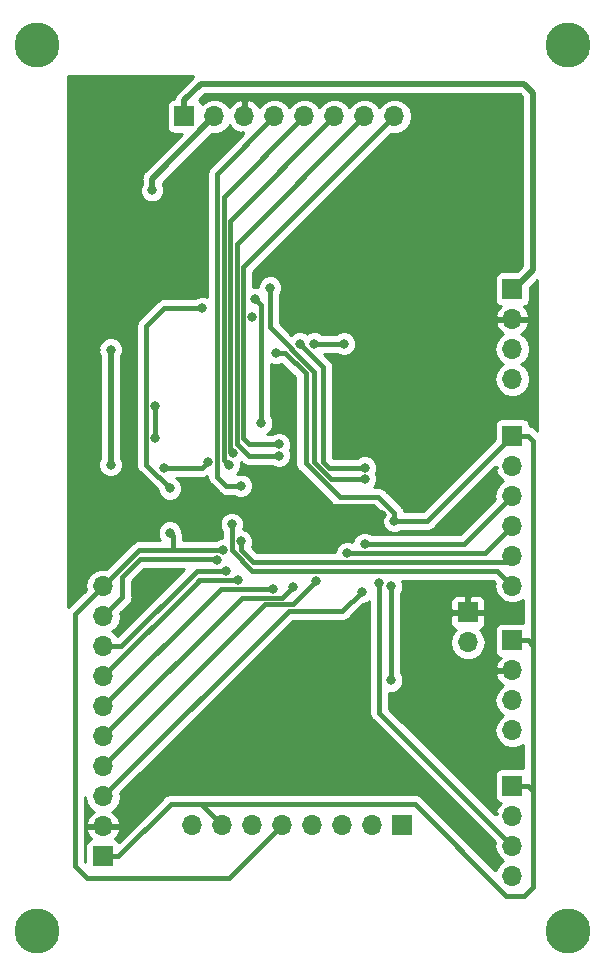
<source format=gbr>
%TF.GenerationSoftware,KiCad,Pcbnew,(5.0.0)*%
%TF.CreationDate,2018-11-18T02:02:32+05:00*%
%TF.ProjectId,Dev Board,44657620426F6172642E6B696361645F,rev?*%
%TF.SameCoordinates,Original*%
%TF.FileFunction,Copper,L2,Bot,Signal*%
%TF.FilePolarity,Positive*%
%FSLAX46Y46*%
G04 Gerber Fmt 4.6, Leading zero omitted, Abs format (unit mm)*
G04 Created by KiCad (PCBNEW (5.0.0)) date 11/18/18 02:02:32*
%MOMM*%
%LPD*%
G01*
G04 APERTURE LIST*
%ADD10R,1.700000X1.700000*%
%ADD11O,1.700000X1.700000*%
%ADD12C,3.800000*%
%ADD13C,0.800000*%
%ADD14C,0.457200*%
%ADD15C,0.508000*%
%ADD16C,0.406400*%
%ADD17C,0.254000*%
G04 APERTURE END LIST*
D10*
X98100000Y-131160000D03*
D11*
X98100000Y-128620000D03*
X98100000Y-126080000D03*
X98100000Y-123540000D03*
X98100000Y-121000000D03*
X98100000Y-118460000D03*
X98100000Y-115920000D03*
X98100000Y-113380000D03*
X98100000Y-110840000D03*
X98100000Y-108300000D03*
D12*
X137500000Y-62500000D03*
X92500000Y-62500000D03*
X92500000Y-137500000D03*
X137500000Y-137500000D03*
D11*
X105630000Y-128500000D03*
X108170000Y-128500000D03*
X110710000Y-128500000D03*
X113250000Y-128500000D03*
X115790000Y-128500000D03*
X118330000Y-128500000D03*
X120870000Y-128500000D03*
D10*
X123410000Y-128500000D03*
X132750000Y-112880000D03*
D11*
X132750000Y-115420000D03*
X132750000Y-117960000D03*
X132750000Y-120500000D03*
X132750000Y-132790000D03*
X132750000Y-130250000D03*
X132750000Y-127710000D03*
D10*
X132750000Y-125170000D03*
X132750000Y-95550000D03*
D11*
X132750000Y-98090000D03*
X132750000Y-100630000D03*
X132750000Y-103170000D03*
X132750000Y-105710000D03*
X132750000Y-108250000D03*
D10*
X132750000Y-83130000D03*
D11*
X132750000Y-85670000D03*
X132750000Y-88210000D03*
X132750000Y-90750000D03*
D10*
X129000000Y-110500000D03*
D11*
X129000000Y-113040000D03*
D10*
X105000000Y-68500000D03*
D11*
X107540000Y-68500000D03*
X110080000Y-68500000D03*
X112620000Y-68500000D03*
X115160000Y-68500000D03*
X117700000Y-68500000D03*
X120240000Y-68500000D03*
X122780000Y-68500000D03*
D13*
X113000000Y-100500000D03*
X110750000Y-85500000D03*
X95750000Y-86500000D03*
X97500000Y-88250000D03*
X98750000Y-100000000D03*
X121750000Y-102250000D03*
X102500000Y-109000000D03*
X103500000Y-102250000D03*
X102250000Y-74750000D03*
X98750000Y-98000000D03*
X98750000Y-88250000D03*
X112750000Y-88500000D03*
X122750000Y-102750000D03*
X103250000Y-98250000D03*
X106956090Y-97793910D03*
X102500000Y-93000000D03*
X102500000Y-95755600D03*
X120000000Y-108750000D03*
X116124399Y-107850331D03*
X120250000Y-99202403D03*
X112250000Y-83000000D03*
X114159290Y-108340710D03*
X114750000Y-87750000D03*
X120250000Y-98250000D03*
X112500000Y-108500000D03*
X109500000Y-107755600D03*
X108477302Y-107000000D03*
X107721702Y-106042447D03*
X108250000Y-105250000D03*
X103750000Y-103750000D03*
X106500000Y-84750000D03*
X111000000Y-84000000D03*
X111500000Y-94500000D03*
X103750000Y-100000000D03*
X109761201Y-104494400D03*
X118764051Y-105494400D03*
X122500000Y-108250000D03*
X122500000Y-116250000D03*
X121500241Y-107995472D03*
X120250000Y-104738800D03*
X109005601Y-103005601D03*
X113000000Y-96250000D03*
X113000000Y-97250000D03*
X109064410Y-97000000D03*
X108750000Y-98000000D03*
X109750000Y-99780600D03*
X115994400Y-87750000D03*
X118500000Y-87750000D03*
D14*
X97500000Y-88250000D02*
X95750000Y-90000000D01*
X95750000Y-90000000D02*
X95750000Y-99250000D01*
X95750000Y-99250000D02*
X96500000Y-100000000D01*
X96500000Y-100000000D02*
X98750000Y-100000000D01*
X121750000Y-102250000D02*
X121000000Y-101500000D01*
X114000000Y-101500000D02*
X113000000Y-100500000D01*
X121000000Y-101500000D02*
X114000000Y-101500000D01*
D15*
X107540000Y-68500000D02*
X102250000Y-73790000D01*
X102250000Y-73790000D02*
X102250000Y-74750000D01*
X98750000Y-98000000D02*
X98750000Y-88250000D01*
D14*
X134057200Y-125170000D02*
X132750000Y-125170000D01*
X134500000Y-125612800D02*
X134057200Y-125170000D01*
X134057200Y-112880000D02*
X132750000Y-112880000D01*
X134500000Y-113322800D02*
X134057200Y-112880000D01*
X134500000Y-125612800D02*
X134500000Y-113322800D01*
X134057200Y-95550000D02*
X132750000Y-95550000D01*
X134500000Y-95992800D02*
X134057200Y-95550000D01*
X134500000Y-113322800D02*
X134500000Y-95992800D01*
X113500000Y-88500000D02*
X112750000Y-88500000D01*
X122750000Y-102094118D02*
X121405882Y-100750000D01*
X121405882Y-100750000D02*
X118133528Y-100750000D01*
X122750000Y-102750000D02*
X122750000Y-102094118D01*
X118133528Y-100750000D02*
X115250000Y-97866472D01*
X115250000Y-97866472D02*
X115250000Y-90250000D01*
X115250000Y-90250000D02*
X113500000Y-88500000D01*
X125550000Y-102750000D02*
X132750000Y-95550000D01*
X122750000Y-102750000D02*
X125550000Y-102750000D01*
X99407200Y-131160000D02*
X103817200Y-126750000D01*
X98100000Y-131160000D02*
X99407200Y-131160000D01*
X106420000Y-126750000D02*
X108170000Y-128500000D01*
X103817200Y-126750000D02*
X106420000Y-126750000D01*
X106420000Y-126750000D02*
X124500000Y-126750000D01*
X133750000Y-134500000D02*
X134500000Y-133750000D01*
X132250000Y-134500000D02*
X133750000Y-134500000D01*
X124500000Y-126750000D02*
X132250000Y-134500000D01*
X134500000Y-133750000D02*
X134500000Y-125612800D01*
D16*
X103250000Y-98250000D02*
X106500000Y-98250000D01*
X106500000Y-98250000D02*
X106956090Y-97793910D01*
X102500000Y-93000000D02*
X102500000Y-95755600D01*
D15*
X132870000Y-83130000D02*
X132750000Y-83130000D01*
X105000000Y-67142000D02*
X106392000Y-65750000D01*
X105000000Y-68500000D02*
X105000000Y-67142000D01*
X133750000Y-65750000D02*
X134500000Y-66500000D01*
X134500000Y-66500000D02*
X134500000Y-81500000D01*
X106392000Y-65750000D02*
X133750000Y-65750000D01*
X134500000Y-81500000D02*
X132870000Y-83130000D01*
D16*
X113806779Y-110373221D02*
X114876779Y-110373221D01*
X98100000Y-126080000D02*
X113806779Y-110373221D01*
X114876779Y-110373221D02*
X118376779Y-110373221D01*
X118376779Y-110373221D02*
X120000000Y-108750000D01*
X111825589Y-109814411D02*
X114185589Y-109814411D01*
X98100000Y-123540000D02*
X111825589Y-109814411D01*
X114185589Y-109814411D02*
X116124399Y-107875601D01*
X116124399Y-107875601D02*
X116124399Y-107850331D01*
X117412127Y-99202403D02*
X120250000Y-99202403D01*
X116000000Y-97790276D02*
X117412127Y-99202403D01*
X116000000Y-90118290D02*
X116000000Y-97790276D01*
X112250000Y-83000000D02*
X112250000Y-86368290D01*
X112250000Y-86368290D02*
X116000000Y-90118290D01*
X109844399Y-109255601D02*
X113244399Y-109255601D01*
X98100000Y-121000000D02*
X109844399Y-109255601D01*
X113244399Y-109255601D02*
X114159290Y-108340710D01*
X114750000Y-87750000D02*
X116750000Y-89750000D01*
X116750000Y-89750000D02*
X116750000Y-97750000D01*
X116750000Y-97750000D02*
X117250000Y-98250000D01*
X117250000Y-98250000D02*
X120250000Y-98250000D01*
X98100000Y-118460000D02*
X107810000Y-108750000D01*
X108048799Y-108511201D02*
X110488799Y-108511201D01*
X107810000Y-108750000D02*
X108048799Y-108511201D01*
X110488799Y-108511201D02*
X110500000Y-108500000D01*
X110500000Y-108500000D02*
X112500000Y-108500000D01*
X98100000Y-115920000D02*
X106020000Y-108000000D01*
X106020000Y-108000000D02*
X106264400Y-107755600D01*
X106264400Y-107755600D02*
X109500000Y-107755600D01*
X108457302Y-106980000D02*
X108477302Y-107000000D01*
X106020000Y-106980000D02*
X108457302Y-106980000D01*
X99620000Y-113380000D02*
X106020000Y-106980000D01*
X98100000Y-113380000D02*
X99620000Y-113380000D01*
X99750000Y-109190000D02*
X98100000Y-110840000D01*
X99750000Y-107500000D02*
X99750000Y-109190000D01*
X101250000Y-106000000D02*
X99750000Y-107500000D01*
X107679255Y-106000000D02*
X101250000Y-106000000D01*
X107721702Y-106042447D02*
X107679255Y-106000000D01*
X99400000Y-107000000D02*
X98100000Y-108300000D01*
X98100000Y-108300000D02*
X99900000Y-106500000D01*
X99900000Y-106500000D02*
X101150000Y-105250000D01*
X104000000Y-104000000D02*
X103750000Y-103750000D01*
X104000000Y-105250000D02*
X104000000Y-104000000D01*
X104000000Y-105250000D02*
X108250000Y-105250000D01*
X101150000Y-105250000D02*
X104000000Y-105250000D01*
X108750000Y-133000000D02*
X113250000Y-128500000D01*
X96750000Y-133000000D02*
X108750000Y-133000000D01*
X95750000Y-132000000D02*
X96750000Y-133000000D01*
X98100000Y-108300000D02*
X95750000Y-110650000D01*
X95750000Y-110650000D02*
X95750000Y-132000000D01*
X111000000Y-84000000D02*
X111505601Y-84505601D01*
X111505601Y-94494399D02*
X111500000Y-94500000D01*
X111505601Y-84505601D02*
X111505601Y-94494399D01*
X101744399Y-86255601D02*
X103250000Y-84750000D01*
X101744399Y-97994399D02*
X101744399Y-86255601D01*
X103750000Y-100000000D02*
X101744399Y-97994399D01*
X103250000Y-84750000D02*
X106500000Y-84750000D01*
X109761201Y-104494400D02*
X109761201Y-105220925D01*
X109761201Y-105220925D02*
X110790276Y-106250000D01*
X110790276Y-106250000D02*
X119408566Y-106250000D01*
X132210000Y-106250000D02*
X132750000Y-105710000D01*
X119408566Y-106250000D02*
X132210000Y-106250000D01*
X132750000Y-103170000D02*
X130425600Y-105494400D01*
X130425600Y-105494400D02*
X118764051Y-105494400D01*
X122500000Y-116250000D02*
X122500000Y-108250000D01*
X131900001Y-129400001D02*
X132750000Y-130250000D01*
X121500241Y-119000241D02*
X131900001Y-129400001D01*
X121500241Y-107995472D02*
X121500241Y-119000241D01*
X132750000Y-100630000D02*
X128641200Y-104738800D01*
X128641200Y-104738800D02*
X120250000Y-104738800D01*
X131500000Y-107000000D02*
X132750000Y-108250000D01*
X110750000Y-107000000D02*
X131500000Y-107000000D01*
X109005601Y-103005601D02*
X109005601Y-105255601D01*
X109005601Y-105255601D02*
X110750000Y-107000000D01*
X122780000Y-68500000D02*
X109985240Y-81294760D01*
X109985240Y-81294760D02*
X109985240Y-95735240D01*
X109985240Y-95735240D02*
X110500000Y-96250000D01*
X110500000Y-96250000D02*
X113000000Y-96250000D01*
X110432700Y-97250000D02*
X109426430Y-96243730D01*
X113000000Y-97250000D02*
X110432700Y-97250000D01*
X109426430Y-79313570D02*
X120240000Y-68500000D01*
X109426430Y-96243730D02*
X109426430Y-79313570D01*
X117700000Y-68500000D02*
X108867620Y-77332380D01*
X108867620Y-77332380D02*
X108867620Y-96803210D01*
X108867620Y-96803210D02*
X109064410Y-97000000D01*
X115160000Y-68500000D02*
X108308810Y-75351190D01*
X108308810Y-75351190D02*
X108308810Y-97558810D01*
X108308810Y-97558810D02*
X108750000Y-98000000D01*
X109750000Y-99780600D02*
X108530600Y-99780600D01*
X108530600Y-99780600D02*
X107750000Y-99000000D01*
X107750000Y-73370000D02*
X112620000Y-68500000D01*
X107750000Y-99000000D02*
X107750000Y-73370000D01*
X115994400Y-87750000D02*
X118500000Y-87750000D01*
D17*
G36*
X120662042Y-118917687D02*
X120645621Y-119000241D01*
X120710675Y-119327290D01*
X120849170Y-119534563D01*
X120849172Y-119534565D01*
X120895934Y-119604549D01*
X120965918Y-119651311D01*
X131290442Y-129975836D01*
X131235908Y-130250000D01*
X131351161Y-130829418D01*
X131679375Y-131320625D01*
X131977761Y-131520000D01*
X131679375Y-131719375D01*
X131351161Y-132210582D01*
X131323078Y-132351764D01*
X125170802Y-126199489D01*
X125122620Y-126127380D01*
X124836960Y-125936507D01*
X124585053Y-125886400D01*
X124585049Y-125886400D01*
X124500000Y-125869483D01*
X124414951Y-125886400D01*
X106505049Y-125886400D01*
X106420000Y-125869483D01*
X106334951Y-125886400D01*
X103902249Y-125886400D01*
X103817200Y-125869483D01*
X103732151Y-125886400D01*
X103732147Y-125886400D01*
X103480240Y-125936507D01*
X103266684Y-126079201D01*
X103266683Y-126079202D01*
X103194580Y-126127380D01*
X103146402Y-126199483D01*
X99442211Y-129903676D01*
X99407809Y-129852191D01*
X99197765Y-129711843D01*
X99094292Y-129691261D01*
X99371645Y-129386924D01*
X99541476Y-128976890D01*
X99420155Y-128747000D01*
X98227000Y-128747000D01*
X98227000Y-128767000D01*
X97973000Y-128767000D01*
X97973000Y-128747000D01*
X96779845Y-128747000D01*
X96658524Y-128976890D01*
X96828355Y-129386924D01*
X97105708Y-129691261D01*
X97002235Y-129711843D01*
X96792191Y-129852191D01*
X96651843Y-130062235D01*
X96602560Y-130310000D01*
X96602560Y-131667167D01*
X96588200Y-131652807D01*
X96588200Y-126091523D01*
X96701161Y-126659418D01*
X97029375Y-127150625D01*
X97348478Y-127363843D01*
X97218642Y-127424817D01*
X96828355Y-127853076D01*
X96658524Y-128263110D01*
X96779845Y-128493000D01*
X97973000Y-128493000D01*
X97973000Y-128473000D01*
X98227000Y-128473000D01*
X98227000Y-128493000D01*
X99420155Y-128493000D01*
X99541476Y-128263110D01*
X99371645Y-127853076D01*
X98981358Y-127424817D01*
X98851522Y-127363843D01*
X99170625Y-127150625D01*
X99498839Y-126659418D01*
X99614092Y-126080000D01*
X99559557Y-125805836D01*
X114153973Y-111211421D01*
X118294230Y-111211421D01*
X118376779Y-111227841D01*
X118459328Y-111211421D01*
X118459333Y-111211421D01*
X118703828Y-111162788D01*
X118981087Y-110977529D01*
X119027851Y-110907542D01*
X120150394Y-109785000D01*
X120205874Y-109785000D01*
X120586280Y-109627431D01*
X120662041Y-109551670D01*
X120662042Y-118917687D01*
X120662042Y-118917687D01*
G37*
X120662042Y-118917687D02*
X120645621Y-119000241D01*
X120710675Y-119327290D01*
X120849170Y-119534563D01*
X120849172Y-119534565D01*
X120895934Y-119604549D01*
X120965918Y-119651311D01*
X131290442Y-129975836D01*
X131235908Y-130250000D01*
X131351161Y-130829418D01*
X131679375Y-131320625D01*
X131977761Y-131520000D01*
X131679375Y-131719375D01*
X131351161Y-132210582D01*
X131323078Y-132351764D01*
X125170802Y-126199489D01*
X125122620Y-126127380D01*
X124836960Y-125936507D01*
X124585053Y-125886400D01*
X124585049Y-125886400D01*
X124500000Y-125869483D01*
X124414951Y-125886400D01*
X106505049Y-125886400D01*
X106420000Y-125869483D01*
X106334951Y-125886400D01*
X103902249Y-125886400D01*
X103817200Y-125869483D01*
X103732151Y-125886400D01*
X103732147Y-125886400D01*
X103480240Y-125936507D01*
X103266684Y-126079201D01*
X103266683Y-126079202D01*
X103194580Y-126127380D01*
X103146402Y-126199483D01*
X99442211Y-129903676D01*
X99407809Y-129852191D01*
X99197765Y-129711843D01*
X99094292Y-129691261D01*
X99371645Y-129386924D01*
X99541476Y-128976890D01*
X99420155Y-128747000D01*
X98227000Y-128747000D01*
X98227000Y-128767000D01*
X97973000Y-128767000D01*
X97973000Y-128747000D01*
X96779845Y-128747000D01*
X96658524Y-128976890D01*
X96828355Y-129386924D01*
X97105708Y-129691261D01*
X97002235Y-129711843D01*
X96792191Y-129852191D01*
X96651843Y-130062235D01*
X96602560Y-130310000D01*
X96602560Y-131667167D01*
X96588200Y-131652807D01*
X96588200Y-126091523D01*
X96701161Y-126659418D01*
X97029375Y-127150625D01*
X97348478Y-127363843D01*
X97218642Y-127424817D01*
X96828355Y-127853076D01*
X96658524Y-128263110D01*
X96779845Y-128493000D01*
X97973000Y-128493000D01*
X97973000Y-128473000D01*
X98227000Y-128473000D01*
X98227000Y-128493000D01*
X99420155Y-128493000D01*
X99541476Y-128263110D01*
X99371645Y-127853076D01*
X98981358Y-127424817D01*
X98851522Y-127363843D01*
X99170625Y-127150625D01*
X99498839Y-126659418D01*
X99614092Y-126080000D01*
X99559557Y-125805836D01*
X114153973Y-111211421D01*
X118294230Y-111211421D01*
X118376779Y-111227841D01*
X118459328Y-111211421D01*
X118459333Y-111211421D01*
X118703828Y-111162788D01*
X118981087Y-110977529D01*
X119027851Y-110907542D01*
X120150394Y-109785000D01*
X120205874Y-109785000D01*
X120586280Y-109627431D01*
X120662041Y-109551670D01*
X120662042Y-118917687D01*
G36*
X110837000Y-128373000D02*
X110857000Y-128373000D01*
X110857000Y-128627000D01*
X110837000Y-128627000D01*
X110837000Y-128647000D01*
X110583000Y-128647000D01*
X110583000Y-128627000D01*
X110563000Y-128627000D01*
X110563000Y-128373000D01*
X110583000Y-128373000D01*
X110583000Y-128353000D01*
X110837000Y-128353000D01*
X110837000Y-128373000D01*
X110837000Y-128373000D01*
G37*
X110837000Y-128373000D02*
X110857000Y-128373000D01*
X110857000Y-128627000D01*
X110837000Y-128627000D01*
X110837000Y-128647000D01*
X110583000Y-128647000D01*
X110583000Y-128627000D01*
X110563000Y-128627000D01*
X110563000Y-128373000D01*
X110583000Y-128373000D01*
X110583000Y-128353000D01*
X110837000Y-128353000D01*
X110837000Y-128373000D01*
G36*
X132877000Y-127583000D02*
X132897000Y-127583000D01*
X132897000Y-127837000D01*
X132877000Y-127837000D01*
X132877000Y-127857000D01*
X132623000Y-127857000D01*
X132623000Y-127837000D01*
X132603000Y-127837000D01*
X132603000Y-127583000D01*
X132623000Y-127583000D01*
X132623000Y-127563000D01*
X132877000Y-127563000D01*
X132877000Y-127583000D01*
X132877000Y-127583000D01*
G37*
X132877000Y-127583000D02*
X132897000Y-127583000D01*
X132897000Y-127837000D01*
X132877000Y-127837000D01*
X132877000Y-127857000D01*
X132623000Y-127857000D01*
X132623000Y-127837000D01*
X132603000Y-127837000D01*
X132603000Y-127583000D01*
X132623000Y-127583000D01*
X132623000Y-127563000D01*
X132877000Y-127563000D01*
X132877000Y-127583000D01*
G36*
X131290442Y-107975836D02*
X131235908Y-108250000D01*
X131351161Y-108829418D01*
X131679375Y-109320625D01*
X132170582Y-109648839D01*
X132603744Y-109735000D01*
X132896256Y-109735000D01*
X133329418Y-109648839D01*
X133636400Y-109443720D01*
X133636400Y-111389800D01*
X133600000Y-111382560D01*
X131900000Y-111382560D01*
X131652235Y-111431843D01*
X131442191Y-111572191D01*
X131301843Y-111782235D01*
X131252560Y-112030000D01*
X131252560Y-113730000D01*
X131301843Y-113977765D01*
X131442191Y-114187809D01*
X131652235Y-114328157D01*
X131755708Y-114348739D01*
X131478355Y-114653076D01*
X131308524Y-115063110D01*
X131429845Y-115293000D01*
X132623000Y-115293000D01*
X132623000Y-115273000D01*
X132877000Y-115273000D01*
X132877000Y-115293000D01*
X132897000Y-115293000D01*
X132897000Y-115547000D01*
X132877000Y-115547000D01*
X132877000Y-115567000D01*
X132623000Y-115567000D01*
X132623000Y-115547000D01*
X131429845Y-115547000D01*
X131308524Y-115776890D01*
X131478355Y-116186924D01*
X131868642Y-116615183D01*
X131998478Y-116676157D01*
X131679375Y-116889375D01*
X131351161Y-117380582D01*
X131235908Y-117960000D01*
X131351161Y-118539418D01*
X131679375Y-119030625D01*
X131977761Y-119230000D01*
X131679375Y-119429375D01*
X131351161Y-119920582D01*
X131235908Y-120500000D01*
X131351161Y-121079418D01*
X131679375Y-121570625D01*
X132170582Y-121898839D01*
X132603744Y-121985000D01*
X132896256Y-121985000D01*
X133329418Y-121898839D01*
X133636400Y-121693720D01*
X133636400Y-123679800D01*
X133600000Y-123672560D01*
X131900000Y-123672560D01*
X131652235Y-123721843D01*
X131442191Y-123862191D01*
X131301843Y-124072235D01*
X131252560Y-124320000D01*
X131252560Y-126020000D01*
X131301843Y-126267765D01*
X131442191Y-126477809D01*
X131652235Y-126618157D01*
X131755708Y-126638739D01*
X131478355Y-126943076D01*
X131308524Y-127353110D01*
X131429844Y-127582998D01*
X131268392Y-127582998D01*
X122338441Y-118653048D01*
X122338441Y-117285000D01*
X122705874Y-117285000D01*
X123086280Y-117127431D01*
X123377431Y-116836280D01*
X123535000Y-116455874D01*
X123535000Y-116044126D01*
X123377431Y-115663720D01*
X123338200Y-115624489D01*
X123338200Y-113040000D01*
X127485908Y-113040000D01*
X127601161Y-113619418D01*
X127929375Y-114110625D01*
X128420582Y-114438839D01*
X128853744Y-114525000D01*
X129146256Y-114525000D01*
X129579418Y-114438839D01*
X130070625Y-114110625D01*
X130398839Y-113619418D01*
X130514092Y-113040000D01*
X130398839Y-112460582D01*
X130070625Y-111969375D01*
X130048967Y-111954904D01*
X130209698Y-111888327D01*
X130388327Y-111709699D01*
X130485000Y-111476310D01*
X130485000Y-110785750D01*
X130326250Y-110627000D01*
X129127000Y-110627000D01*
X129127000Y-110647000D01*
X128873000Y-110647000D01*
X128873000Y-110627000D01*
X127673750Y-110627000D01*
X127515000Y-110785750D01*
X127515000Y-111476310D01*
X127611673Y-111709699D01*
X127790302Y-111888327D01*
X127951033Y-111954904D01*
X127929375Y-111969375D01*
X127601161Y-112460582D01*
X127485908Y-113040000D01*
X123338200Y-113040000D01*
X123338200Y-109523690D01*
X127515000Y-109523690D01*
X127515000Y-110214250D01*
X127673750Y-110373000D01*
X128873000Y-110373000D01*
X128873000Y-109173750D01*
X129127000Y-109173750D01*
X129127000Y-110373000D01*
X130326250Y-110373000D01*
X130485000Y-110214250D01*
X130485000Y-109523690D01*
X130388327Y-109290301D01*
X130209698Y-109111673D01*
X129976309Y-109015000D01*
X129285750Y-109015000D01*
X129127000Y-109173750D01*
X128873000Y-109173750D01*
X128714250Y-109015000D01*
X128023691Y-109015000D01*
X127790302Y-109111673D01*
X127611673Y-109290301D01*
X127515000Y-109523690D01*
X123338200Y-109523690D01*
X123338200Y-108875511D01*
X123377431Y-108836280D01*
X123535000Y-108455874D01*
X123535000Y-108044126D01*
X123449703Y-107838200D01*
X131152807Y-107838200D01*
X131290442Y-107975836D01*
X131290442Y-107975836D01*
G37*
X131290442Y-107975836D02*
X131235908Y-108250000D01*
X131351161Y-108829418D01*
X131679375Y-109320625D01*
X132170582Y-109648839D01*
X132603744Y-109735000D01*
X132896256Y-109735000D01*
X133329418Y-109648839D01*
X133636400Y-109443720D01*
X133636400Y-111389800D01*
X133600000Y-111382560D01*
X131900000Y-111382560D01*
X131652235Y-111431843D01*
X131442191Y-111572191D01*
X131301843Y-111782235D01*
X131252560Y-112030000D01*
X131252560Y-113730000D01*
X131301843Y-113977765D01*
X131442191Y-114187809D01*
X131652235Y-114328157D01*
X131755708Y-114348739D01*
X131478355Y-114653076D01*
X131308524Y-115063110D01*
X131429845Y-115293000D01*
X132623000Y-115293000D01*
X132623000Y-115273000D01*
X132877000Y-115273000D01*
X132877000Y-115293000D01*
X132897000Y-115293000D01*
X132897000Y-115547000D01*
X132877000Y-115547000D01*
X132877000Y-115567000D01*
X132623000Y-115567000D01*
X132623000Y-115547000D01*
X131429845Y-115547000D01*
X131308524Y-115776890D01*
X131478355Y-116186924D01*
X131868642Y-116615183D01*
X131998478Y-116676157D01*
X131679375Y-116889375D01*
X131351161Y-117380582D01*
X131235908Y-117960000D01*
X131351161Y-118539418D01*
X131679375Y-119030625D01*
X131977761Y-119230000D01*
X131679375Y-119429375D01*
X131351161Y-119920582D01*
X131235908Y-120500000D01*
X131351161Y-121079418D01*
X131679375Y-121570625D01*
X132170582Y-121898839D01*
X132603744Y-121985000D01*
X132896256Y-121985000D01*
X133329418Y-121898839D01*
X133636400Y-121693720D01*
X133636400Y-123679800D01*
X133600000Y-123672560D01*
X131900000Y-123672560D01*
X131652235Y-123721843D01*
X131442191Y-123862191D01*
X131301843Y-124072235D01*
X131252560Y-124320000D01*
X131252560Y-126020000D01*
X131301843Y-126267765D01*
X131442191Y-126477809D01*
X131652235Y-126618157D01*
X131755708Y-126638739D01*
X131478355Y-126943076D01*
X131308524Y-127353110D01*
X131429844Y-127582998D01*
X131268392Y-127582998D01*
X122338441Y-118653048D01*
X122338441Y-117285000D01*
X122705874Y-117285000D01*
X123086280Y-117127431D01*
X123377431Y-116836280D01*
X123535000Y-116455874D01*
X123535000Y-116044126D01*
X123377431Y-115663720D01*
X123338200Y-115624489D01*
X123338200Y-113040000D01*
X127485908Y-113040000D01*
X127601161Y-113619418D01*
X127929375Y-114110625D01*
X128420582Y-114438839D01*
X128853744Y-114525000D01*
X129146256Y-114525000D01*
X129579418Y-114438839D01*
X130070625Y-114110625D01*
X130398839Y-113619418D01*
X130514092Y-113040000D01*
X130398839Y-112460582D01*
X130070625Y-111969375D01*
X130048967Y-111954904D01*
X130209698Y-111888327D01*
X130388327Y-111709699D01*
X130485000Y-111476310D01*
X130485000Y-110785750D01*
X130326250Y-110627000D01*
X129127000Y-110627000D01*
X129127000Y-110647000D01*
X128873000Y-110647000D01*
X128873000Y-110627000D01*
X127673750Y-110627000D01*
X127515000Y-110785750D01*
X127515000Y-111476310D01*
X127611673Y-111709699D01*
X127790302Y-111888327D01*
X127951033Y-111954904D01*
X127929375Y-111969375D01*
X127601161Y-112460582D01*
X127485908Y-113040000D01*
X123338200Y-113040000D01*
X123338200Y-109523690D01*
X127515000Y-109523690D01*
X127515000Y-110214250D01*
X127673750Y-110373000D01*
X128873000Y-110373000D01*
X128873000Y-109173750D01*
X129127000Y-109173750D01*
X129127000Y-110373000D01*
X130326250Y-110373000D01*
X130485000Y-110214250D01*
X130485000Y-109523690D01*
X130388327Y-109290301D01*
X130209698Y-109111673D01*
X129976309Y-109015000D01*
X129285750Y-109015000D01*
X129127000Y-109173750D01*
X128873000Y-109173750D01*
X128714250Y-109015000D01*
X128023691Y-109015000D01*
X127790302Y-109111673D01*
X127611673Y-109290301D01*
X127515000Y-109523690D01*
X123338200Y-109523690D01*
X123338200Y-108875511D01*
X123377431Y-108836280D01*
X123535000Y-108455874D01*
X123535000Y-108044126D01*
X123449703Y-107838200D01*
X131152807Y-107838200D01*
X131290442Y-107975836D01*
G36*
X99304650Y-112509957D02*
X99170625Y-112309375D01*
X98872239Y-112110000D01*
X99170625Y-111910625D01*
X99498839Y-111419418D01*
X99614092Y-110840000D01*
X99559558Y-110565836D01*
X100284324Y-109841070D01*
X100354308Y-109794308D01*
X100539567Y-109517049D01*
X100588200Y-109272554D01*
X100588200Y-109272550D01*
X100604620Y-109190001D01*
X100588200Y-109107452D01*
X100588200Y-107847193D01*
X101597194Y-106838200D01*
X104976406Y-106838200D01*
X99304650Y-112509957D01*
X99304650Y-112509957D01*
G37*
X99304650Y-112509957D02*
X99170625Y-112309375D01*
X98872239Y-112110000D01*
X99170625Y-111910625D01*
X99498839Y-111419418D01*
X99614092Y-110840000D01*
X99559558Y-110565836D01*
X100284324Y-109841070D01*
X100354308Y-109794308D01*
X100539567Y-109517049D01*
X100588200Y-109272554D01*
X100588200Y-109272550D01*
X100604620Y-109190001D01*
X100588200Y-109107452D01*
X100588200Y-107847193D01*
X101597194Y-106838200D01*
X104976406Y-106838200D01*
X99304650Y-112509957D01*
G36*
X105701471Y-65183293D02*
X104433294Y-66451471D01*
X104359068Y-66501067D01*
X104309472Y-66575293D01*
X104309471Y-66575294D01*
X104162582Y-66795130D01*
X104120139Y-67008500D01*
X103902235Y-67051843D01*
X103692191Y-67192191D01*
X103551843Y-67402235D01*
X103502560Y-67650000D01*
X103502560Y-69350000D01*
X103551843Y-69597765D01*
X103692191Y-69807809D01*
X103902235Y-69948157D01*
X104150000Y-69997440D01*
X104785324Y-69997440D01*
X101683296Y-73099469D01*
X101609067Y-73149067D01*
X101412581Y-73443131D01*
X101362073Y-73697049D01*
X101343584Y-73790000D01*
X101361000Y-73877555D01*
X101361000Y-74191649D01*
X101215000Y-74544126D01*
X101215000Y-74955874D01*
X101372569Y-75336280D01*
X101663720Y-75627431D01*
X102044126Y-75785000D01*
X102455874Y-75785000D01*
X102836280Y-75627431D01*
X103127431Y-75336280D01*
X103285000Y-74955874D01*
X103285000Y-74544126D01*
X103139000Y-74191650D01*
X103139000Y-74158235D01*
X107325759Y-69971477D01*
X107393744Y-69985000D01*
X107686256Y-69985000D01*
X108119418Y-69898839D01*
X108610625Y-69570625D01*
X108823843Y-69251522D01*
X108884817Y-69381358D01*
X109313076Y-69771645D01*
X109723110Y-69941476D01*
X109952998Y-69820156D01*
X109952998Y-69981608D01*
X107215677Y-72718930D01*
X107145693Y-72765692D01*
X107098931Y-72835676D01*
X107098929Y-72835678D01*
X106960434Y-73042951D01*
X106895380Y-73370000D01*
X106911801Y-73452554D01*
X106911801Y-83800297D01*
X106705874Y-83715000D01*
X106294126Y-83715000D01*
X105913720Y-83872569D01*
X105874489Y-83911800D01*
X103332548Y-83911800D01*
X103249999Y-83895380D01*
X103167450Y-83911800D01*
X103167446Y-83911800D01*
X102922951Y-83960433D01*
X102912496Y-83967419D01*
X102715677Y-84098929D01*
X102715676Y-84098930D01*
X102645692Y-84145692D01*
X102598930Y-84215676D01*
X101210076Y-85604531D01*
X101140092Y-85651293D01*
X101093330Y-85721277D01*
X101093328Y-85721279D01*
X100954833Y-85928552D01*
X100889779Y-86255601D01*
X100906200Y-86338155D01*
X100906199Y-97911850D01*
X100889779Y-97994399D01*
X100906199Y-98076948D01*
X100906199Y-98076952D01*
X100954832Y-98321447D01*
X101140091Y-98598707D01*
X101210078Y-98645471D01*
X102715000Y-100150394D01*
X102715000Y-100205874D01*
X102872569Y-100586280D01*
X103163720Y-100877431D01*
X103544126Y-101035000D01*
X103955874Y-101035000D01*
X104336280Y-100877431D01*
X104627431Y-100586280D01*
X104785000Y-100205874D01*
X104785000Y-99794126D01*
X104627431Y-99413720D01*
X104336280Y-99122569D01*
X104253306Y-99088200D01*
X106417451Y-99088200D01*
X106500000Y-99104620D01*
X106582549Y-99088200D01*
X106582554Y-99088200D01*
X106827049Y-99039567D01*
X106896777Y-98992976D01*
X106895380Y-99000000D01*
X106911800Y-99082549D01*
X106911800Y-99082553D01*
X106960433Y-99327048D01*
X107145692Y-99604308D01*
X107215678Y-99651072D01*
X107879530Y-100314924D01*
X107926292Y-100384908D01*
X107996276Y-100431670D01*
X107996277Y-100431671D01*
X108109845Y-100507555D01*
X108203551Y-100570167D01*
X108448046Y-100618800D01*
X108448050Y-100618800D01*
X108530599Y-100635220D01*
X108613148Y-100618800D01*
X109124489Y-100618800D01*
X109163720Y-100658031D01*
X109544126Y-100815600D01*
X109955874Y-100815600D01*
X110336280Y-100658031D01*
X110627431Y-100366880D01*
X110785000Y-99986474D01*
X110785000Y-99574726D01*
X110627431Y-99194320D01*
X110336280Y-98903169D01*
X109955874Y-98745600D01*
X109544126Y-98745600D01*
X109414360Y-98799351D01*
X109627431Y-98586280D01*
X109785000Y-98205874D01*
X109785000Y-97794126D01*
X109780452Y-97783146D01*
X109781630Y-97784324D01*
X109828392Y-97854308D01*
X109898376Y-97901070D01*
X109898377Y-97901071D01*
X109973887Y-97951525D01*
X110105651Y-98039567D01*
X110350146Y-98088200D01*
X110350151Y-98088200D01*
X110432700Y-98104620D01*
X110515249Y-98088200D01*
X112374489Y-98088200D01*
X112413720Y-98127431D01*
X112794126Y-98285000D01*
X113205874Y-98285000D01*
X113586280Y-98127431D01*
X113877431Y-97836280D01*
X114035000Y-97455874D01*
X114035000Y-97044126D01*
X113913169Y-96750000D01*
X114035000Y-96455874D01*
X114035000Y-96044126D01*
X113877431Y-95663720D01*
X113586280Y-95372569D01*
X113205874Y-95215000D01*
X112794126Y-95215000D01*
X112413720Y-95372569D01*
X112374489Y-95411800D01*
X112003306Y-95411800D01*
X112086280Y-95377431D01*
X112377431Y-95086280D01*
X112535000Y-94705874D01*
X112535000Y-94294126D01*
X112377431Y-93913720D01*
X112343801Y-93880090D01*
X112343801Y-89452023D01*
X112544126Y-89535000D01*
X112955874Y-89535000D01*
X113208886Y-89430199D01*
X114386401Y-90607716D01*
X114386400Y-97781423D01*
X114369483Y-97866472D01*
X114386400Y-97951521D01*
X114386400Y-97951524D01*
X114436507Y-98203431D01*
X114627380Y-98489092D01*
X114699489Y-98537274D01*
X117462730Y-101300517D01*
X117510908Y-101372620D01*
X117796568Y-101563493D01*
X118048475Y-101613600D01*
X118048479Y-101613600D01*
X118133527Y-101630517D01*
X118218575Y-101613600D01*
X121048169Y-101613600D01*
X121792234Y-102357666D01*
X121715000Y-102544126D01*
X121715000Y-102955874D01*
X121872569Y-103336280D01*
X122163720Y-103627431D01*
X122544126Y-103785000D01*
X122955874Y-103785000D01*
X123336280Y-103627431D01*
X123350111Y-103613600D01*
X125464951Y-103613600D01*
X125550000Y-103630517D01*
X125635049Y-103613600D01*
X125635053Y-103613600D01*
X125886960Y-103563493D01*
X126172620Y-103372620D01*
X126220802Y-103300511D01*
X131304312Y-98217002D01*
X131429844Y-98217002D01*
X131308524Y-98446890D01*
X131478355Y-98856924D01*
X131868642Y-99285183D01*
X131998478Y-99346157D01*
X131679375Y-99559375D01*
X131351161Y-100050582D01*
X131235908Y-100630000D01*
X131290442Y-100904164D01*
X128294007Y-103900600D01*
X120875511Y-103900600D01*
X120836280Y-103861369D01*
X120455874Y-103703800D01*
X120044126Y-103703800D01*
X119663720Y-103861369D01*
X119372569Y-104152520D01*
X119215000Y-104532926D01*
X119215000Y-104560913D01*
X118969925Y-104459400D01*
X118558177Y-104459400D01*
X118177771Y-104616969D01*
X117886620Y-104908120D01*
X117729051Y-105288526D01*
X117729051Y-105411800D01*
X111137470Y-105411800D01*
X110687755Y-104962086D01*
X110796201Y-104700274D01*
X110796201Y-104288526D01*
X110638632Y-103908120D01*
X110347481Y-103616969D01*
X109967075Y-103459400D01*
X109937907Y-103459400D01*
X110040601Y-103211475D01*
X110040601Y-102799727D01*
X109883032Y-102419321D01*
X109591881Y-102128170D01*
X109211475Y-101970601D01*
X108799727Y-101970601D01*
X108419321Y-102128170D01*
X108128170Y-102419321D01*
X107970601Y-102799727D01*
X107970601Y-103211475D01*
X108128170Y-103591881D01*
X108167401Y-103631112D01*
X108167402Y-104215000D01*
X108044126Y-104215000D01*
X107663720Y-104372569D01*
X107624489Y-104411800D01*
X104838200Y-104411800D01*
X104838200Y-104082548D01*
X104854620Y-103999999D01*
X104838200Y-103917450D01*
X104838200Y-103917446D01*
X104789567Y-103672951D01*
X104785000Y-103666116D01*
X104785000Y-103544126D01*
X104627431Y-103163720D01*
X104336280Y-102872569D01*
X103955874Y-102715000D01*
X103544126Y-102715000D01*
X103163720Y-102872569D01*
X102872569Y-103163720D01*
X102715000Y-103544126D01*
X102715000Y-103955874D01*
X102872569Y-104336280D01*
X102948089Y-104411800D01*
X101232549Y-104411800D01*
X101150000Y-104395380D01*
X101067451Y-104411800D01*
X101067446Y-104411800D01*
X100822951Y-104460433D01*
X100822949Y-104460434D01*
X100822950Y-104460434D01*
X100615677Y-104598929D01*
X100615676Y-104598930D01*
X100545692Y-104645692D01*
X100498930Y-104715676D01*
X99365680Y-105848927D01*
X99365677Y-105848929D01*
X98374164Y-106840442D01*
X98246256Y-106815000D01*
X97953744Y-106815000D01*
X97520582Y-106901161D01*
X97029375Y-107229375D01*
X96701161Y-107720582D01*
X96585908Y-108300000D01*
X96640442Y-108574164D01*
X95215679Y-109998928D01*
X95145692Y-110045692D01*
X95127000Y-110073667D01*
X95127000Y-88044126D01*
X97715000Y-88044126D01*
X97715000Y-88455874D01*
X97861001Y-88808352D01*
X97861000Y-97441650D01*
X97715000Y-97794126D01*
X97715000Y-98205874D01*
X97872569Y-98586280D01*
X98163720Y-98877431D01*
X98544126Y-99035000D01*
X98955874Y-99035000D01*
X99336280Y-98877431D01*
X99627431Y-98586280D01*
X99785000Y-98205874D01*
X99785000Y-97794126D01*
X99639000Y-97441650D01*
X99639000Y-88808350D01*
X99785000Y-88455874D01*
X99785000Y-88044126D01*
X99627431Y-87663720D01*
X99336280Y-87372569D01*
X98955874Y-87215000D01*
X98544126Y-87215000D01*
X98163720Y-87372569D01*
X97872569Y-87663720D01*
X97715000Y-88044126D01*
X95127000Y-88044126D01*
X95127000Y-65127000D01*
X105739085Y-65127000D01*
X105701471Y-65183293D01*
X105701471Y-65183293D01*
G37*
X105701471Y-65183293D02*
X104433294Y-66451471D01*
X104359068Y-66501067D01*
X104309472Y-66575293D01*
X104309471Y-66575294D01*
X104162582Y-66795130D01*
X104120139Y-67008500D01*
X103902235Y-67051843D01*
X103692191Y-67192191D01*
X103551843Y-67402235D01*
X103502560Y-67650000D01*
X103502560Y-69350000D01*
X103551843Y-69597765D01*
X103692191Y-69807809D01*
X103902235Y-69948157D01*
X104150000Y-69997440D01*
X104785324Y-69997440D01*
X101683296Y-73099469D01*
X101609067Y-73149067D01*
X101412581Y-73443131D01*
X101362073Y-73697049D01*
X101343584Y-73790000D01*
X101361000Y-73877555D01*
X101361000Y-74191649D01*
X101215000Y-74544126D01*
X101215000Y-74955874D01*
X101372569Y-75336280D01*
X101663720Y-75627431D01*
X102044126Y-75785000D01*
X102455874Y-75785000D01*
X102836280Y-75627431D01*
X103127431Y-75336280D01*
X103285000Y-74955874D01*
X103285000Y-74544126D01*
X103139000Y-74191650D01*
X103139000Y-74158235D01*
X107325759Y-69971477D01*
X107393744Y-69985000D01*
X107686256Y-69985000D01*
X108119418Y-69898839D01*
X108610625Y-69570625D01*
X108823843Y-69251522D01*
X108884817Y-69381358D01*
X109313076Y-69771645D01*
X109723110Y-69941476D01*
X109952998Y-69820156D01*
X109952998Y-69981608D01*
X107215677Y-72718930D01*
X107145693Y-72765692D01*
X107098931Y-72835676D01*
X107098929Y-72835678D01*
X106960434Y-73042951D01*
X106895380Y-73370000D01*
X106911801Y-73452554D01*
X106911801Y-83800297D01*
X106705874Y-83715000D01*
X106294126Y-83715000D01*
X105913720Y-83872569D01*
X105874489Y-83911800D01*
X103332548Y-83911800D01*
X103249999Y-83895380D01*
X103167450Y-83911800D01*
X103167446Y-83911800D01*
X102922951Y-83960433D01*
X102912496Y-83967419D01*
X102715677Y-84098929D01*
X102715676Y-84098930D01*
X102645692Y-84145692D01*
X102598930Y-84215676D01*
X101210076Y-85604531D01*
X101140092Y-85651293D01*
X101093330Y-85721277D01*
X101093328Y-85721279D01*
X100954833Y-85928552D01*
X100889779Y-86255601D01*
X100906200Y-86338155D01*
X100906199Y-97911850D01*
X100889779Y-97994399D01*
X100906199Y-98076948D01*
X100906199Y-98076952D01*
X100954832Y-98321447D01*
X101140091Y-98598707D01*
X101210078Y-98645471D01*
X102715000Y-100150394D01*
X102715000Y-100205874D01*
X102872569Y-100586280D01*
X103163720Y-100877431D01*
X103544126Y-101035000D01*
X103955874Y-101035000D01*
X104336280Y-100877431D01*
X104627431Y-100586280D01*
X104785000Y-100205874D01*
X104785000Y-99794126D01*
X104627431Y-99413720D01*
X104336280Y-99122569D01*
X104253306Y-99088200D01*
X106417451Y-99088200D01*
X106500000Y-99104620D01*
X106582549Y-99088200D01*
X106582554Y-99088200D01*
X106827049Y-99039567D01*
X106896777Y-98992976D01*
X106895380Y-99000000D01*
X106911800Y-99082549D01*
X106911800Y-99082553D01*
X106960433Y-99327048D01*
X107145692Y-99604308D01*
X107215678Y-99651072D01*
X107879530Y-100314924D01*
X107926292Y-100384908D01*
X107996276Y-100431670D01*
X107996277Y-100431671D01*
X108109845Y-100507555D01*
X108203551Y-100570167D01*
X108448046Y-100618800D01*
X108448050Y-100618800D01*
X108530599Y-100635220D01*
X108613148Y-100618800D01*
X109124489Y-100618800D01*
X109163720Y-100658031D01*
X109544126Y-100815600D01*
X109955874Y-100815600D01*
X110336280Y-100658031D01*
X110627431Y-100366880D01*
X110785000Y-99986474D01*
X110785000Y-99574726D01*
X110627431Y-99194320D01*
X110336280Y-98903169D01*
X109955874Y-98745600D01*
X109544126Y-98745600D01*
X109414360Y-98799351D01*
X109627431Y-98586280D01*
X109785000Y-98205874D01*
X109785000Y-97794126D01*
X109780452Y-97783146D01*
X109781630Y-97784324D01*
X109828392Y-97854308D01*
X109898376Y-97901070D01*
X109898377Y-97901071D01*
X109973887Y-97951525D01*
X110105651Y-98039567D01*
X110350146Y-98088200D01*
X110350151Y-98088200D01*
X110432700Y-98104620D01*
X110515249Y-98088200D01*
X112374489Y-98088200D01*
X112413720Y-98127431D01*
X112794126Y-98285000D01*
X113205874Y-98285000D01*
X113586280Y-98127431D01*
X113877431Y-97836280D01*
X114035000Y-97455874D01*
X114035000Y-97044126D01*
X113913169Y-96750000D01*
X114035000Y-96455874D01*
X114035000Y-96044126D01*
X113877431Y-95663720D01*
X113586280Y-95372569D01*
X113205874Y-95215000D01*
X112794126Y-95215000D01*
X112413720Y-95372569D01*
X112374489Y-95411800D01*
X112003306Y-95411800D01*
X112086280Y-95377431D01*
X112377431Y-95086280D01*
X112535000Y-94705874D01*
X112535000Y-94294126D01*
X112377431Y-93913720D01*
X112343801Y-93880090D01*
X112343801Y-89452023D01*
X112544126Y-89535000D01*
X112955874Y-89535000D01*
X113208886Y-89430199D01*
X114386401Y-90607716D01*
X114386400Y-97781423D01*
X114369483Y-97866472D01*
X114386400Y-97951521D01*
X114386400Y-97951524D01*
X114436507Y-98203431D01*
X114627380Y-98489092D01*
X114699489Y-98537274D01*
X117462730Y-101300517D01*
X117510908Y-101372620D01*
X117796568Y-101563493D01*
X118048475Y-101613600D01*
X118048479Y-101613600D01*
X118133527Y-101630517D01*
X118218575Y-101613600D01*
X121048169Y-101613600D01*
X121792234Y-102357666D01*
X121715000Y-102544126D01*
X121715000Y-102955874D01*
X121872569Y-103336280D01*
X122163720Y-103627431D01*
X122544126Y-103785000D01*
X122955874Y-103785000D01*
X123336280Y-103627431D01*
X123350111Y-103613600D01*
X125464951Y-103613600D01*
X125550000Y-103630517D01*
X125635049Y-103613600D01*
X125635053Y-103613600D01*
X125886960Y-103563493D01*
X126172620Y-103372620D01*
X126220802Y-103300511D01*
X131304312Y-98217002D01*
X131429844Y-98217002D01*
X131308524Y-98446890D01*
X131478355Y-98856924D01*
X131868642Y-99285183D01*
X131998478Y-99346157D01*
X131679375Y-99559375D01*
X131351161Y-100050582D01*
X131235908Y-100630000D01*
X131290442Y-100904164D01*
X128294007Y-103900600D01*
X120875511Y-103900600D01*
X120836280Y-103861369D01*
X120455874Y-103703800D01*
X120044126Y-103703800D01*
X119663720Y-103861369D01*
X119372569Y-104152520D01*
X119215000Y-104532926D01*
X119215000Y-104560913D01*
X118969925Y-104459400D01*
X118558177Y-104459400D01*
X118177771Y-104616969D01*
X117886620Y-104908120D01*
X117729051Y-105288526D01*
X117729051Y-105411800D01*
X111137470Y-105411800D01*
X110687755Y-104962086D01*
X110796201Y-104700274D01*
X110796201Y-104288526D01*
X110638632Y-103908120D01*
X110347481Y-103616969D01*
X109967075Y-103459400D01*
X109937907Y-103459400D01*
X110040601Y-103211475D01*
X110040601Y-102799727D01*
X109883032Y-102419321D01*
X109591881Y-102128170D01*
X109211475Y-101970601D01*
X108799727Y-101970601D01*
X108419321Y-102128170D01*
X108128170Y-102419321D01*
X107970601Y-102799727D01*
X107970601Y-103211475D01*
X108128170Y-103591881D01*
X108167401Y-103631112D01*
X108167402Y-104215000D01*
X108044126Y-104215000D01*
X107663720Y-104372569D01*
X107624489Y-104411800D01*
X104838200Y-104411800D01*
X104838200Y-104082548D01*
X104854620Y-103999999D01*
X104838200Y-103917450D01*
X104838200Y-103917446D01*
X104789567Y-103672951D01*
X104785000Y-103666116D01*
X104785000Y-103544126D01*
X104627431Y-103163720D01*
X104336280Y-102872569D01*
X103955874Y-102715000D01*
X103544126Y-102715000D01*
X103163720Y-102872569D01*
X102872569Y-103163720D01*
X102715000Y-103544126D01*
X102715000Y-103955874D01*
X102872569Y-104336280D01*
X102948089Y-104411800D01*
X101232549Y-104411800D01*
X101150000Y-104395380D01*
X101067451Y-104411800D01*
X101067446Y-104411800D01*
X100822951Y-104460433D01*
X100822949Y-104460434D01*
X100822950Y-104460434D01*
X100615677Y-104598929D01*
X100615676Y-104598930D01*
X100545692Y-104645692D01*
X100498930Y-104715676D01*
X99365680Y-105848927D01*
X99365677Y-105848929D01*
X98374164Y-106840442D01*
X98246256Y-106815000D01*
X97953744Y-106815000D01*
X97520582Y-106901161D01*
X97029375Y-107229375D01*
X96701161Y-107720582D01*
X96585908Y-108300000D01*
X96640442Y-108574164D01*
X95215679Y-109998928D01*
X95145692Y-110045692D01*
X95127000Y-110073667D01*
X95127000Y-88044126D01*
X97715000Y-88044126D01*
X97715000Y-88455874D01*
X97861001Y-88808352D01*
X97861000Y-97441650D01*
X97715000Y-97794126D01*
X97715000Y-98205874D01*
X97872569Y-98586280D01*
X98163720Y-98877431D01*
X98544126Y-99035000D01*
X98955874Y-99035000D01*
X99336280Y-98877431D01*
X99627431Y-98586280D01*
X99785000Y-98205874D01*
X99785000Y-97794126D01*
X99639000Y-97441650D01*
X99639000Y-88808350D01*
X99785000Y-88455874D01*
X99785000Y-88044126D01*
X99627431Y-87663720D01*
X99336280Y-87372569D01*
X98955874Y-87215000D01*
X98544126Y-87215000D01*
X98163720Y-87372569D01*
X97872569Y-87663720D01*
X97715000Y-88044126D01*
X95127000Y-88044126D01*
X95127000Y-65127000D01*
X105739085Y-65127000D01*
X105701471Y-65183293D01*
G36*
X133611000Y-66868236D02*
X133611001Y-81131763D01*
X133110204Y-81632560D01*
X131900000Y-81632560D01*
X131652235Y-81681843D01*
X131442191Y-81822191D01*
X131301843Y-82032235D01*
X131252560Y-82280000D01*
X131252560Y-83980000D01*
X131301843Y-84227765D01*
X131442191Y-84437809D01*
X131652235Y-84578157D01*
X131755708Y-84598739D01*
X131478355Y-84903076D01*
X131308524Y-85313110D01*
X131429845Y-85543000D01*
X132623000Y-85543000D01*
X132623000Y-85523000D01*
X132877000Y-85523000D01*
X132877000Y-85543000D01*
X134070155Y-85543000D01*
X134191476Y-85313110D01*
X134021645Y-84903076D01*
X133744292Y-84598739D01*
X133847765Y-84578157D01*
X134057809Y-84437809D01*
X134198157Y-84227765D01*
X134247440Y-83980000D01*
X134247440Y-83009795D01*
X134873000Y-82384236D01*
X134873000Y-95144487D01*
X134728001Y-94999488D01*
X134679820Y-94927380D01*
X134394160Y-94736507D01*
X134247440Y-94707323D01*
X134247440Y-94700000D01*
X134198157Y-94452235D01*
X134057809Y-94242191D01*
X133847765Y-94101843D01*
X133600000Y-94052560D01*
X131900000Y-94052560D01*
X131652235Y-94101843D01*
X131442191Y-94242191D01*
X131301843Y-94452235D01*
X131252560Y-94700000D01*
X131252560Y-95826125D01*
X125192287Y-101886400D01*
X123589201Y-101886400D01*
X123563493Y-101757158D01*
X123467570Y-101613600D01*
X123420799Y-101543602D01*
X123420798Y-101543601D01*
X123372620Y-101471498D01*
X123300517Y-101423320D01*
X122076684Y-100199488D01*
X122028502Y-100127380D01*
X121742842Y-99936507D01*
X121490935Y-99886400D01*
X121490931Y-99886400D01*
X121405882Y-99869483D01*
X121320833Y-99886400D01*
X121029714Y-99886400D01*
X121127431Y-99788683D01*
X121285000Y-99408277D01*
X121285000Y-98996529D01*
X121173027Y-98726202D01*
X121285000Y-98455874D01*
X121285000Y-98044126D01*
X121127431Y-97663720D01*
X120836280Y-97372569D01*
X120455874Y-97215000D01*
X120044126Y-97215000D01*
X119663720Y-97372569D01*
X119624489Y-97411800D01*
X117597193Y-97411800D01*
X117588200Y-97402807D01*
X117588200Y-89832548D01*
X117604620Y-89749999D01*
X117588200Y-89667450D01*
X117588200Y-89667446D01*
X117539567Y-89422951D01*
X117354308Y-89145692D01*
X117284325Y-89098931D01*
X116773594Y-88588200D01*
X117874489Y-88588200D01*
X117913720Y-88627431D01*
X118294126Y-88785000D01*
X118705874Y-88785000D01*
X119086280Y-88627431D01*
X119377431Y-88336280D01*
X119429737Y-88210000D01*
X131235908Y-88210000D01*
X131351161Y-88789418D01*
X131679375Y-89280625D01*
X131977761Y-89480000D01*
X131679375Y-89679375D01*
X131351161Y-90170582D01*
X131235908Y-90750000D01*
X131351161Y-91329418D01*
X131679375Y-91820625D01*
X132170582Y-92148839D01*
X132603744Y-92235000D01*
X132896256Y-92235000D01*
X133329418Y-92148839D01*
X133820625Y-91820625D01*
X134148839Y-91329418D01*
X134264092Y-90750000D01*
X134148839Y-90170582D01*
X133820625Y-89679375D01*
X133522239Y-89480000D01*
X133820625Y-89280625D01*
X134148839Y-88789418D01*
X134264092Y-88210000D01*
X134148839Y-87630582D01*
X133820625Y-87139375D01*
X133501522Y-86926157D01*
X133631358Y-86865183D01*
X134021645Y-86436924D01*
X134191476Y-86026890D01*
X134070155Y-85797000D01*
X132877000Y-85797000D01*
X132877000Y-85817000D01*
X132623000Y-85817000D01*
X132623000Y-85797000D01*
X131429845Y-85797000D01*
X131308524Y-86026890D01*
X131478355Y-86436924D01*
X131868642Y-86865183D01*
X131998478Y-86926157D01*
X131679375Y-87139375D01*
X131351161Y-87630582D01*
X131235908Y-88210000D01*
X119429737Y-88210000D01*
X119535000Y-87955874D01*
X119535000Y-87544126D01*
X119377431Y-87163720D01*
X119086280Y-86872569D01*
X118705874Y-86715000D01*
X118294126Y-86715000D01*
X117913720Y-86872569D01*
X117874489Y-86911800D01*
X116619911Y-86911800D01*
X116580680Y-86872569D01*
X116200274Y-86715000D01*
X115788526Y-86715000D01*
X115408120Y-86872569D01*
X115372200Y-86908489D01*
X115336280Y-86872569D01*
X114955874Y-86715000D01*
X114544126Y-86715000D01*
X114163720Y-86872569D01*
X114051696Y-86984593D01*
X113088200Y-86021097D01*
X113088200Y-83625511D01*
X113127431Y-83586280D01*
X113285000Y-83205874D01*
X113285000Y-82794126D01*
X113127431Y-82413720D01*
X112836280Y-82122569D01*
X112455874Y-81965000D01*
X112044126Y-81965000D01*
X111663720Y-82122569D01*
X111372569Y-82413720D01*
X111215000Y-82794126D01*
X111215000Y-82968780D01*
X111205874Y-82965000D01*
X110823440Y-82965000D01*
X110823440Y-81641953D01*
X122505836Y-69959558D01*
X122633744Y-69985000D01*
X122926256Y-69985000D01*
X123359418Y-69898839D01*
X123850625Y-69570625D01*
X124178839Y-69079418D01*
X124294092Y-68500000D01*
X124178839Y-67920582D01*
X123850625Y-67429375D01*
X123359418Y-67101161D01*
X122926256Y-67015000D01*
X122633744Y-67015000D01*
X122200582Y-67101161D01*
X121709375Y-67429375D01*
X121510000Y-67727761D01*
X121310625Y-67429375D01*
X120819418Y-67101161D01*
X120386256Y-67015000D01*
X120093744Y-67015000D01*
X119660582Y-67101161D01*
X119169375Y-67429375D01*
X118970000Y-67727761D01*
X118770625Y-67429375D01*
X118279418Y-67101161D01*
X117846256Y-67015000D01*
X117553744Y-67015000D01*
X117120582Y-67101161D01*
X116629375Y-67429375D01*
X116430000Y-67727761D01*
X116230625Y-67429375D01*
X115739418Y-67101161D01*
X115306256Y-67015000D01*
X115013744Y-67015000D01*
X114580582Y-67101161D01*
X114089375Y-67429375D01*
X113890000Y-67727761D01*
X113690625Y-67429375D01*
X113199418Y-67101161D01*
X112766256Y-67015000D01*
X112473744Y-67015000D01*
X112040582Y-67101161D01*
X111549375Y-67429375D01*
X111336157Y-67748478D01*
X111275183Y-67618642D01*
X110846924Y-67228355D01*
X110436890Y-67058524D01*
X110207000Y-67179845D01*
X110207000Y-68373000D01*
X110227000Y-68373000D01*
X110227000Y-68627000D01*
X110207000Y-68627000D01*
X110207000Y-68647000D01*
X109953000Y-68647000D01*
X109953000Y-68627000D01*
X109933000Y-68627000D01*
X109933000Y-68373000D01*
X109953000Y-68373000D01*
X109953000Y-67179845D01*
X109723110Y-67058524D01*
X109313076Y-67228355D01*
X108884817Y-67618642D01*
X108823843Y-67748478D01*
X108610625Y-67429375D01*
X108119418Y-67101161D01*
X107686256Y-67015000D01*
X107393744Y-67015000D01*
X106960582Y-67101161D01*
X106469375Y-67429375D01*
X106457184Y-67447619D01*
X106448157Y-67402235D01*
X106307809Y-67192191D01*
X106247405Y-67151830D01*
X106760236Y-66639000D01*
X133381765Y-66639000D01*
X133611000Y-66868236D01*
X133611000Y-66868236D01*
G37*
X133611000Y-66868236D02*
X133611001Y-81131763D01*
X133110204Y-81632560D01*
X131900000Y-81632560D01*
X131652235Y-81681843D01*
X131442191Y-81822191D01*
X131301843Y-82032235D01*
X131252560Y-82280000D01*
X131252560Y-83980000D01*
X131301843Y-84227765D01*
X131442191Y-84437809D01*
X131652235Y-84578157D01*
X131755708Y-84598739D01*
X131478355Y-84903076D01*
X131308524Y-85313110D01*
X131429845Y-85543000D01*
X132623000Y-85543000D01*
X132623000Y-85523000D01*
X132877000Y-85523000D01*
X132877000Y-85543000D01*
X134070155Y-85543000D01*
X134191476Y-85313110D01*
X134021645Y-84903076D01*
X133744292Y-84598739D01*
X133847765Y-84578157D01*
X134057809Y-84437809D01*
X134198157Y-84227765D01*
X134247440Y-83980000D01*
X134247440Y-83009795D01*
X134873000Y-82384236D01*
X134873000Y-95144487D01*
X134728001Y-94999488D01*
X134679820Y-94927380D01*
X134394160Y-94736507D01*
X134247440Y-94707323D01*
X134247440Y-94700000D01*
X134198157Y-94452235D01*
X134057809Y-94242191D01*
X133847765Y-94101843D01*
X133600000Y-94052560D01*
X131900000Y-94052560D01*
X131652235Y-94101843D01*
X131442191Y-94242191D01*
X131301843Y-94452235D01*
X131252560Y-94700000D01*
X131252560Y-95826125D01*
X125192287Y-101886400D01*
X123589201Y-101886400D01*
X123563493Y-101757158D01*
X123467570Y-101613600D01*
X123420799Y-101543602D01*
X123420798Y-101543601D01*
X123372620Y-101471498D01*
X123300517Y-101423320D01*
X122076684Y-100199488D01*
X122028502Y-100127380D01*
X121742842Y-99936507D01*
X121490935Y-99886400D01*
X121490931Y-99886400D01*
X121405882Y-99869483D01*
X121320833Y-99886400D01*
X121029714Y-99886400D01*
X121127431Y-99788683D01*
X121285000Y-99408277D01*
X121285000Y-98996529D01*
X121173027Y-98726202D01*
X121285000Y-98455874D01*
X121285000Y-98044126D01*
X121127431Y-97663720D01*
X120836280Y-97372569D01*
X120455874Y-97215000D01*
X120044126Y-97215000D01*
X119663720Y-97372569D01*
X119624489Y-97411800D01*
X117597193Y-97411800D01*
X117588200Y-97402807D01*
X117588200Y-89832548D01*
X117604620Y-89749999D01*
X117588200Y-89667450D01*
X117588200Y-89667446D01*
X117539567Y-89422951D01*
X117354308Y-89145692D01*
X117284325Y-89098931D01*
X116773594Y-88588200D01*
X117874489Y-88588200D01*
X117913720Y-88627431D01*
X118294126Y-88785000D01*
X118705874Y-88785000D01*
X119086280Y-88627431D01*
X119377431Y-88336280D01*
X119429737Y-88210000D01*
X131235908Y-88210000D01*
X131351161Y-88789418D01*
X131679375Y-89280625D01*
X131977761Y-89480000D01*
X131679375Y-89679375D01*
X131351161Y-90170582D01*
X131235908Y-90750000D01*
X131351161Y-91329418D01*
X131679375Y-91820625D01*
X132170582Y-92148839D01*
X132603744Y-92235000D01*
X132896256Y-92235000D01*
X133329418Y-92148839D01*
X133820625Y-91820625D01*
X134148839Y-91329418D01*
X134264092Y-90750000D01*
X134148839Y-90170582D01*
X133820625Y-89679375D01*
X133522239Y-89480000D01*
X133820625Y-89280625D01*
X134148839Y-88789418D01*
X134264092Y-88210000D01*
X134148839Y-87630582D01*
X133820625Y-87139375D01*
X133501522Y-86926157D01*
X133631358Y-86865183D01*
X134021645Y-86436924D01*
X134191476Y-86026890D01*
X134070155Y-85797000D01*
X132877000Y-85797000D01*
X132877000Y-85817000D01*
X132623000Y-85817000D01*
X132623000Y-85797000D01*
X131429845Y-85797000D01*
X131308524Y-86026890D01*
X131478355Y-86436924D01*
X131868642Y-86865183D01*
X131998478Y-86926157D01*
X131679375Y-87139375D01*
X131351161Y-87630582D01*
X131235908Y-88210000D01*
X119429737Y-88210000D01*
X119535000Y-87955874D01*
X119535000Y-87544126D01*
X119377431Y-87163720D01*
X119086280Y-86872569D01*
X118705874Y-86715000D01*
X118294126Y-86715000D01*
X117913720Y-86872569D01*
X117874489Y-86911800D01*
X116619911Y-86911800D01*
X116580680Y-86872569D01*
X116200274Y-86715000D01*
X115788526Y-86715000D01*
X115408120Y-86872569D01*
X115372200Y-86908489D01*
X115336280Y-86872569D01*
X114955874Y-86715000D01*
X114544126Y-86715000D01*
X114163720Y-86872569D01*
X114051696Y-86984593D01*
X113088200Y-86021097D01*
X113088200Y-83625511D01*
X113127431Y-83586280D01*
X113285000Y-83205874D01*
X113285000Y-82794126D01*
X113127431Y-82413720D01*
X112836280Y-82122569D01*
X112455874Y-81965000D01*
X112044126Y-81965000D01*
X111663720Y-82122569D01*
X111372569Y-82413720D01*
X111215000Y-82794126D01*
X111215000Y-82968780D01*
X111205874Y-82965000D01*
X110823440Y-82965000D01*
X110823440Y-81641953D01*
X122505836Y-69959558D01*
X122633744Y-69985000D01*
X122926256Y-69985000D01*
X123359418Y-69898839D01*
X123850625Y-69570625D01*
X124178839Y-69079418D01*
X124294092Y-68500000D01*
X124178839Y-67920582D01*
X123850625Y-67429375D01*
X123359418Y-67101161D01*
X122926256Y-67015000D01*
X122633744Y-67015000D01*
X122200582Y-67101161D01*
X121709375Y-67429375D01*
X121510000Y-67727761D01*
X121310625Y-67429375D01*
X120819418Y-67101161D01*
X120386256Y-67015000D01*
X120093744Y-67015000D01*
X119660582Y-67101161D01*
X119169375Y-67429375D01*
X118970000Y-67727761D01*
X118770625Y-67429375D01*
X118279418Y-67101161D01*
X117846256Y-67015000D01*
X117553744Y-67015000D01*
X117120582Y-67101161D01*
X116629375Y-67429375D01*
X116430000Y-67727761D01*
X116230625Y-67429375D01*
X115739418Y-67101161D01*
X115306256Y-67015000D01*
X115013744Y-67015000D01*
X114580582Y-67101161D01*
X114089375Y-67429375D01*
X113890000Y-67727761D01*
X113690625Y-67429375D01*
X113199418Y-67101161D01*
X112766256Y-67015000D01*
X112473744Y-67015000D01*
X112040582Y-67101161D01*
X111549375Y-67429375D01*
X111336157Y-67748478D01*
X111275183Y-67618642D01*
X110846924Y-67228355D01*
X110436890Y-67058524D01*
X110207000Y-67179845D01*
X110207000Y-68373000D01*
X110227000Y-68373000D01*
X110227000Y-68627000D01*
X110207000Y-68627000D01*
X110207000Y-68647000D01*
X109953000Y-68647000D01*
X109953000Y-68627000D01*
X109933000Y-68627000D01*
X109933000Y-68373000D01*
X109953000Y-68373000D01*
X109953000Y-67179845D01*
X109723110Y-67058524D01*
X109313076Y-67228355D01*
X108884817Y-67618642D01*
X108823843Y-67748478D01*
X108610625Y-67429375D01*
X108119418Y-67101161D01*
X107686256Y-67015000D01*
X107393744Y-67015000D01*
X106960582Y-67101161D01*
X106469375Y-67429375D01*
X106457184Y-67447619D01*
X106448157Y-67402235D01*
X106307809Y-67192191D01*
X106247405Y-67151830D01*
X106760236Y-66639000D01*
X133381765Y-66639000D01*
X133611000Y-66868236D01*
G36*
X132877000Y-97963000D02*
X132897000Y-97963000D01*
X132897000Y-98217000D01*
X132877000Y-98217000D01*
X132877000Y-98237000D01*
X132623000Y-98237000D01*
X132623000Y-98217000D01*
X132603000Y-98217000D01*
X132603000Y-97963000D01*
X132623000Y-97963000D01*
X132623000Y-97943000D01*
X132877000Y-97943000D01*
X132877000Y-97963000D01*
X132877000Y-97963000D01*
G37*
X132877000Y-97963000D02*
X132897000Y-97963000D01*
X132897000Y-98217000D01*
X132877000Y-98217000D01*
X132877000Y-98237000D01*
X132623000Y-98237000D01*
X132623000Y-98217000D01*
X132603000Y-98217000D01*
X132603000Y-97963000D01*
X132623000Y-97963000D01*
X132623000Y-97943000D01*
X132877000Y-97943000D01*
X132877000Y-97963000D01*
M02*

</source>
